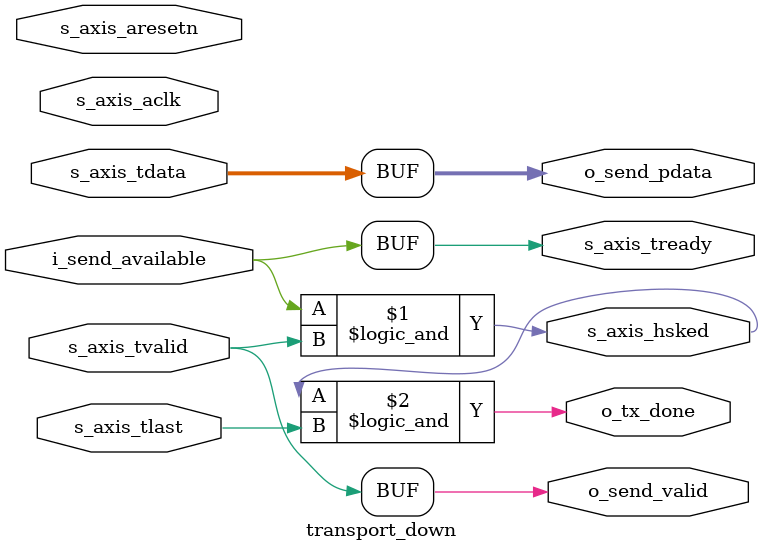
<source format=v>
module transport_down(
    input                       s_axis_aclk,
    input                       s_axis_aresetn,

    // axi stream fifo signals:
    output                      s_axis_tready,
    input      [63:0]           s_axis_tdata,
    input                       s_axis_tlast,
    input                       s_axis_tvalid,


    // PAICore Signals:
    input                       i_send_available,	// paicore ready to receive data
    output                      o_send_valid,
    output          [63:0]      o_send_pdata,   // paicore data.      

    output                      s_axis_hsked,

	// control signal:
	output                      o_tx_done
);

    assign s_axis_hsked  = s_axis_tready && s_axis_tvalid;

    assign o_send_valid  = s_axis_tvalid;
    assign o_send_pdata  = s_axis_tdata;
    assign s_axis_tready = i_send_available;

    assign o_tx_done = s_axis_hsked && s_axis_tlast;

endmodule

</source>
